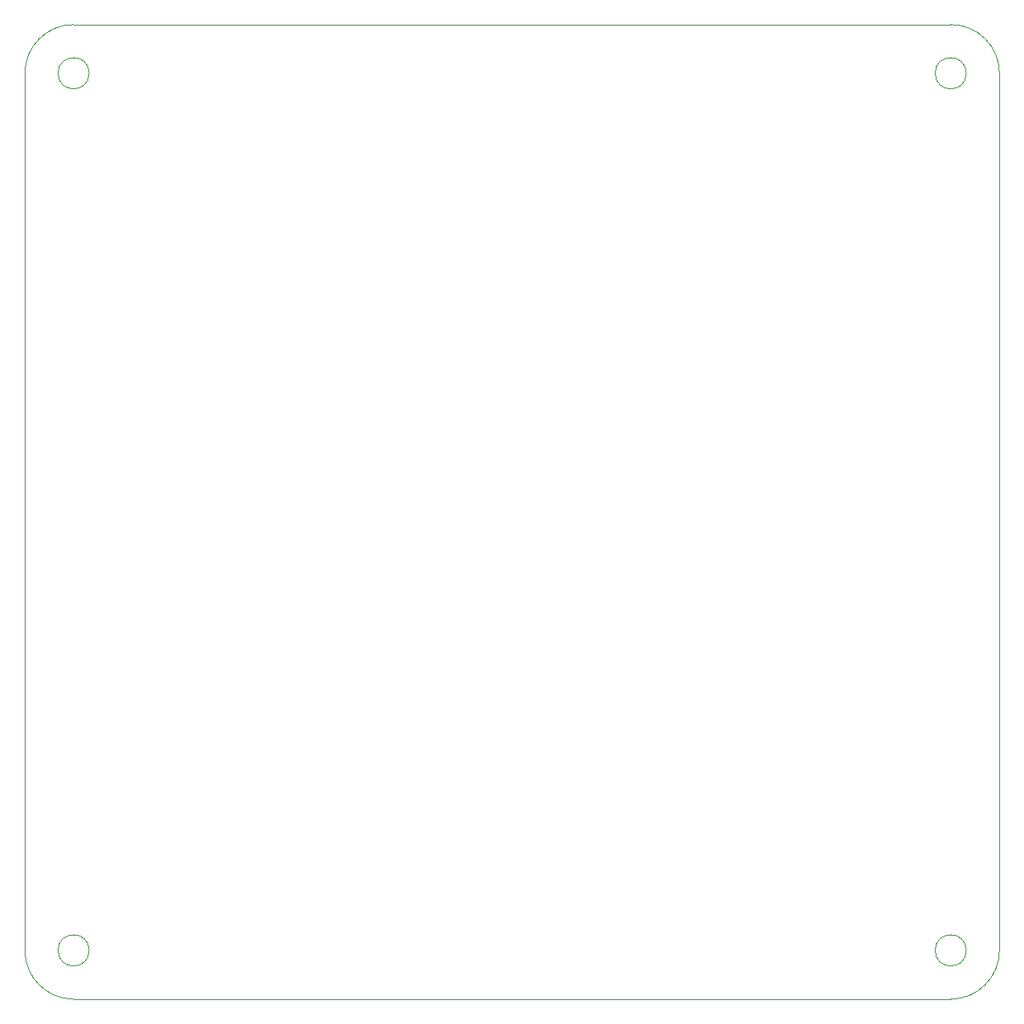
<source format=gm1>
%TF.GenerationSoftware,KiCad,Pcbnew,7.0.7*%
%TF.CreationDate,2023-08-30T20:40:50+08:00*%
%TF.ProjectId,_____,0aa5e55c-f02e-46b6-9963-61645f706362,rev?*%
%TF.SameCoordinates,PX65bf5d0PY352fb90*%
%TF.FileFunction,Profile,NP*%
%FSLAX46Y46*%
G04 Gerber Fmt 4.6, Leading zero omitted, Abs format (unit mm)*
G04 Created by KiCad (PCBNEW 7.0.7) date 2023-08-30 20:40:50*
%MOMM*%
%LPD*%
G01*
G04 APERTURE LIST*
%TA.AperFunction,Profile*%
%ADD10C,0.100000*%
%TD*%
G04 APERTURE END LIST*
D10*
X91610000Y-5010000D02*
G75*
G03*
X91610000Y-5010000I-1600000J0D01*
G01*
X1610000Y-5010000D02*
G75*
G03*
X1610000Y-5010000I-1600000J0D01*
G01*
X1610000Y-95010000D02*
G75*
G03*
X1610000Y-95010000I-1600000J0D01*
G01*
X91610000Y-95010000D02*
G75*
G03*
X91610000Y-95010000I-1600000J0D01*
G01*
X95010000Y-5010000D02*
G75*
G03*
X90010000Y-10000I-5000000J0D01*
G01*
X10000Y-10000D02*
G75*
G03*
X-4990000Y-5010000I0J-5000000D01*
G01*
X10000Y-10000D02*
X90010000Y-10000D01*
X90010000Y-100010000D02*
G75*
G03*
X95010000Y-95010000I0J5000000D01*
G01*
X95010000Y-5009999D02*
X95010000Y-95009999D01*
X-4990000Y-95010000D02*
G75*
G03*
X10000Y-100010000I5000000J0D01*
G01*
X-4990000Y-95009999D02*
X-4990000Y-5009999D01*
X90010000Y-100010000D02*
X10000Y-100010000D01*
M02*

</source>
